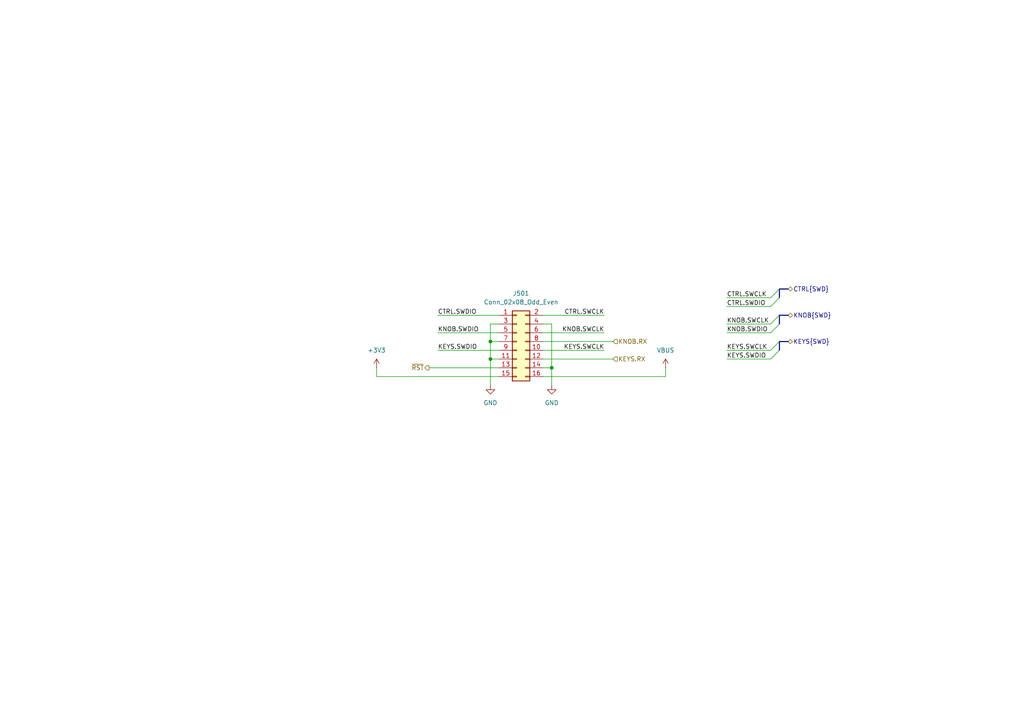
<source format=kicad_sch>
(kicad_sch (version 20250114) (generator "eeschema") (generator_version "9.0")
  (paper "A4")
  (lib_symbols
    (symbol "Connector_Generic:Conn_02x08_Odd_Even" (pin_names (offset 1.016) (hide yes))
      (property "Reference" "J" (at 1.27 10.16 0))
      (property "Value" "Conn_02x08_Odd_Even" (at 1.27 -12.7 0))
      (symbol "Conn_02x08_Odd_Even_1_1"
        (rectangle (start -1.27 8.89) (end 3.81 -11.43) (stroke (width 0.254)) (fill (type background)))
        (rectangle (start -1.27 7.747) (end 0 7.493) (stroke (width 0.1524)))
        (rectangle (start -1.27 5.207) (end 0 4.953) (stroke (width 0.1524)))
        (rectangle (start -1.27 2.667) (end 0 2.413) (stroke (width 0.1524)))
        (rectangle (start -1.27 0.127) (end 0 -0.127) (stroke (width 0.1524)))
        (rectangle (start -1.27 -2.413) (end 0 -2.667) (stroke (width 0.1524)))
        (rectangle (start -1.27 -4.953) (end 0 -5.207) (stroke (width 0.1524)))
        (rectangle (start -1.27 -7.493) (end 0 -7.747) (stroke (width 0.1524)))
        (rectangle (start -1.27 -10.033) (end 0 -10.287) (stroke (width 0.1524)))
        (rectangle (start 3.81 7.747) (end 2.54 7.493) (stroke (width 0.1524)))
        (rectangle (start 3.81 5.207) (end 2.54 4.953) (stroke (width 0.1524)))
        (rectangle (start 3.81 2.667) (end 2.54 2.413) (stroke (width 0.1524)))
        (rectangle (start 3.81 0.127) (end 2.54 -0.127) (stroke (width 0.1524)))
        (rectangle (start 3.81 -2.413) (end 2.54 -2.667) (stroke (width 0.1524)))
        (rectangle (start 3.81 -4.953) (end 2.54 -5.207) (stroke (width 0.1524)))
        (rectangle (start 3.81 -7.493) (end 2.54 -7.747) (stroke (width 0.1524)))
        (rectangle (start 3.81 -10.033) (end 2.54 -10.287) (stroke (width 0.1524)))
        (pin passive line (at -5.08 7.62 0) (length 3.81) (name "Pin_1") (number "1"))
        (pin passive line (at -5.08 5.08 0) (length 3.81) (name "Pin_3") (number "3"))
        (pin passive line (at -5.08 2.54 0) (length 3.81) (name "Pin_5") (number "5"))
        (pin passive line (at -5.08 0 0) (length 3.81) (name "Pin_7") (number "7"))
        (pin passive line (at -5.08 -2.54 0) (length 3.81) (name "Pin_9") (number "9"))
        (pin passive line (at -5.08 -5.08 0) (length 3.81) (name "Pin_11") (number "11"))
        (pin passive line (at -5.08 -7.62 0) (length 3.81) (name "Pin_13") (number "13"))
        (pin passive line (at -5.08 -10.16 0) (length 3.81) (name "Pin_15") (number "15"))
        (pin passive line (at 7.62 7.62 180) (length 3.81) (name "Pin_2") (number "2"))
        (pin passive line (at 7.62 5.08 180) (length 3.81) (name "Pin_4") (number "4"))
        (pin passive line (at 7.62 2.54 180) (length 3.81) (name "Pin_6") (number "6"))
        (pin passive line (at 7.62 0 180) (length 3.81) (name "Pin_8") (number "8"))
        (pin passive line (at 7.62 -2.54 180) (length 3.81) (name "Pin_10") (number "10"))
        (pin passive line (at 7.62 -5.08 180) (length 3.81) (name "Pin_12") (number "12"))
        (pin passive line (at 7.62 -7.62 180) (length 3.81) (name "Pin_14") (number "14"))
        (pin passive line (at 7.62 -10.16 180) (length 3.81) (name "Pin_16") (number "16"))
      )
    )
    (symbol "power:+3V3" (power) (pin_numbers (hide yes)) (pin_names (offset 0) (hide yes))
      (property "Value" "+3V3" (at 0 3.556 0))
      (symbol "+3V3_0_1"
        (polyline (pts (xy -0.762 1.27) (xy 0 2.54)))
        (polyline (pts (xy 0 2.54) (xy 0.762 1.27)))
        (polyline (pts (xy 0 0) (xy 0 2.54)))
      )
      (symbol "+3V3_1_1"
        (pin power_in line (at 0 0 90) (length 0) (name "~") (number "1"))
      )
    )
    (symbol "power:GND" (power) (pin_numbers (hide yes)) (pin_names (offset 0) (hide yes))
      (property "Value" "GND" (at 0 -3.81 0))
      (symbol "GND_0_1"
        (polyline (pts (xy 0 0) (xy 0 -1.27) (xy 1.27 -1.27) (xy 0 -2.54) (xy -1.27 -1.27) (xy 0 -1.27)))
      )
      (symbol "GND_1_1"
        (pin power_in line (at 0 0 270) (length 0) (name "~") (number "1"))
      )
    )
    (symbol "power:VBUS" (power) (pin_numbers (hide yes)) (pin_names (offset 0) (hide yes))
      (property "Value" "VBUS" (at 0 3.556 0))
      (symbol "VBUS_0_1"
        (polyline (pts (xy -0.762 1.27) (xy 0 2.54)))
        (polyline (pts (xy 0 2.54) (xy 0.762 1.27)))
        (polyline (pts (xy 0 0) (xy 0 2.54)))
      )
      (symbol "VBUS_1_1"
        (pin power_in line (at 0 0 90) (length 0) (name "~") (number "1"))
      )
    )
  )
  (junction (at 142.24 104.14))
  (junction (at 160.02 106.68))
  (junction (at 142.24 99.06))
  (bus_entry (at 226.06 99.06) (size -2.54 2.54))
  (bus_entry (at 226.06 93.98) (size -2.54 2.54))
  (bus_entry (at 226.06 101.6) (size -2.54 2.54))
  (bus_entry (at 226.06 86.36) (size -2.54 2.54))
  (bus_entry (at 226.06 91.44) (size -2.54 2.54))
  (bus_entry (at 226.06 83.82) (size -2.54 2.54))
  (wire (pts (xy 142.24 99.06) (xy 142.24 104.14)))
  (wire (pts (xy 210.82 88.9) (xy 223.52 88.9)))
  (bus (pts (xy 226.06 99.06) (xy 226.06 101.6)))
  (wire (pts (xy 109.22 106.68) (xy 109.22 109.22)))
  (wire (pts (xy 142.24 93.98) (xy 142.24 99.06)))
  (wire (pts (xy 142.24 104.14) (xy 144.78 104.14)))
  (wire (pts (xy 160.02 106.68) (xy 160.02 111.76)))
  (wire (pts (xy 142.24 104.14) (xy 142.24 111.76)))
  (wire (pts (xy 127 91.44) (xy 144.78 91.44)))
  (wire (pts (xy 142.24 99.06) (xy 144.78 99.06)))
  (wire (pts (xy 210.82 96.52) (xy 223.52 96.52)))
  (wire (pts (xy 157.48 99.06) (xy 177.8 99.06)))
  (wire (pts (xy 157.48 104.14) (xy 177.8 104.14)))
  (wire (pts (xy 210.82 101.6) (xy 223.52 101.6)))
  (wire (pts (xy 157.48 101.6) (xy 175.26 101.6)))
  (wire (pts (xy 144.78 93.98) (xy 142.24 93.98)))
  (wire (pts (xy 157.48 96.52) (xy 175.26 96.52)))
  (wire (pts (xy 124.46 106.68) (xy 144.78 106.68)))
  (bus (pts (xy 228.6 83.82) (xy 226.06 83.82)))
  (bus (pts (xy 228.6 91.44) (xy 226.06 91.44)))
  (wire (pts (xy 160.02 93.98) (xy 160.02 106.68)))
  (wire (pts (xy 127 101.6) (xy 144.78 101.6)))
  (bus (pts (xy 226.06 83.82) (xy 226.06 86.36)))
  (bus (pts (xy 226.06 91.44) (xy 226.06 93.98)))
  (wire (pts (xy 157.48 93.98) (xy 160.02 93.98)))
  (wire (pts (xy 193.04 106.68) (xy 193.04 109.22)))
  (wire (pts (xy 210.82 104.14) (xy 223.52 104.14)))
  (wire (pts (xy 127 96.52) (xy 144.78 96.52)))
  (wire (pts (xy 157.48 106.68) (xy 160.02 106.68)))
  (wire (pts (xy 210.82 86.36) (xy 223.52 86.36)))
  (bus (pts (xy 228.6 99.06) (xy 226.06 99.06)))
  (wire (pts (xy 109.22 109.22) (xy 144.78 109.22)))
  (wire (pts (xy 157.48 91.44) (xy 175.26 91.44)))
  (wire (pts (xy 210.82 93.98) (xy 223.52 93.98)))
  (wire (pts (xy 193.04 109.22) (xy 157.48 109.22)))
  (label "CTRL.SWDIO" (at 210.82 88.9 0))
  (label "CTRL.SWDIO" (at 127 91.44 0))
  (label "KEYS.SWCLK" (at 175.26 101.6 180))
  (label "KEYS.SWDIO" (at 210.82 104.14 0))
  (label "KNOB.SWCLK" (at 210.82 93.98 0))
  (label "CTRL.SWCLK" (at 175.26 91.44 180))
  (label "KNOB.SWDIO" (at 127 96.52 0))
  (label "KNOB.SWDIO" (at 210.82 96.52 0))
  (label "KEYS.SWCLK" (at 210.82 101.6 0))
  (label "KNOB.SWCLK" (at 175.26 96.52 180))
  (label "KEYS.SWDIO" (at 127 101.6 0))
  (label "CTRL.SWCLK" (at 210.82 86.36 0))
  (hierarchical_label "KEYS.RX" (shape input) (at 177.8 104.14 0))
  (hierarchical_label "KEYS{SWD}" (shape bidirectional) (at 228.6 99.06 0))
  (hierarchical_label "CTRL{SWD}" (shape bidirectional) (at 228.6 83.82 0))
  (hierarchical_label "~{RST}" (shape output) (at 124.46 106.68 180))
  (hierarchical_label "KNOB{SWD}" (shape bidirectional) (at 228.6 91.44 0))
  (hierarchical_label "KNOB.RX" (shape input) (at 177.8 99.06 0))
  (symbol (lib_id "Connector_Generic:Conn_02x08_Odd_Even") (at 149.86 99.06 0) (unit 1)
    (property "Reference" "J501" (at 151.13 85.09 0))
    (property "Value" "Conn_02x08_Odd_Even" (at 151.13 87.63 0))
    (property "Footprint" "Connector_PinSocket_1.27mm:PinSocket_2x08_P1.27mm_Horizontal" (effects (hide yes)))
    (property "Description" "Generic connector, double row, 02x08, odd/even pin numbering scheme (row 1 odd numbers, row 2 even numbers), script generated (kicad-library-utils/schlib/autogen/connector/)" (effects (hide yes)))
  )
  (symbol (lib_id "power:+3V3") (at 109.22 106.68 0) (unit 1)
    (property "Reference" "#PWR0502" (effects (hide yes)))
    (property "Value" "+3V3" (at 109.22 101.6 0))
    (property "Description" "Power symbol creates a global label with name \"+3V3\"" (effects (hide yes)))
  )
  (symbol (lib_id "power:VBUS") (at 193.04 106.68 0) (unit 1)
    (property "Reference" "#PWR0503" (effects (hide yes)))
    (property "Value" "VBUS" (at 193.04 101.6 0))
    (property "Description" "Power symbol creates a global label with name \"VBUS\"" (effects (hide yes)))
  )
  (symbol (lib_id "power:GND") (at 142.24 111.76 0) (unit 1)
    (property "Reference" "#PWR0501" (effects (hide yes)))
    (property "Value" "GND" (at 142.24 116.84 0))
    (property "Description" "Power symbol creates a global label with name \"GND\" , ground" (effects (hide yes)))
  )
  (symbol (lib_id "power:GND") (at 160.02 111.76 0) (unit 1)
    (property "Reference" "#PWR0508" (effects (hide yes)))
    (property "Value" "GND" (at 160.02 116.84 0))
    (property "Description" "Power symbol creates a global label with name \"GND\" , ground" (effects (hide yes)))
  )
)
</source>
